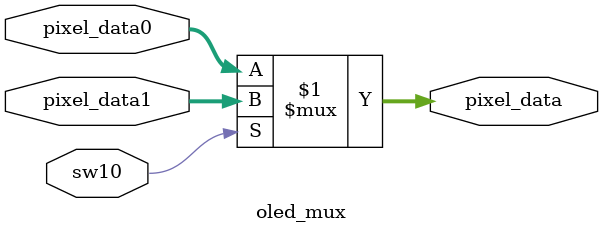
<source format=v>
`timescale 1ns / 1ps


module oled_mux(
input sw10,
input [15:0] pixel_data0,
input [15:0] pixel_data1,

output  [15:0] pixel_data

    );
    
    assign pixel_data [15:0] = (sw10) ? pixel_data1 [15:0] : pixel_data0 [15:0];
endmodule

</source>
